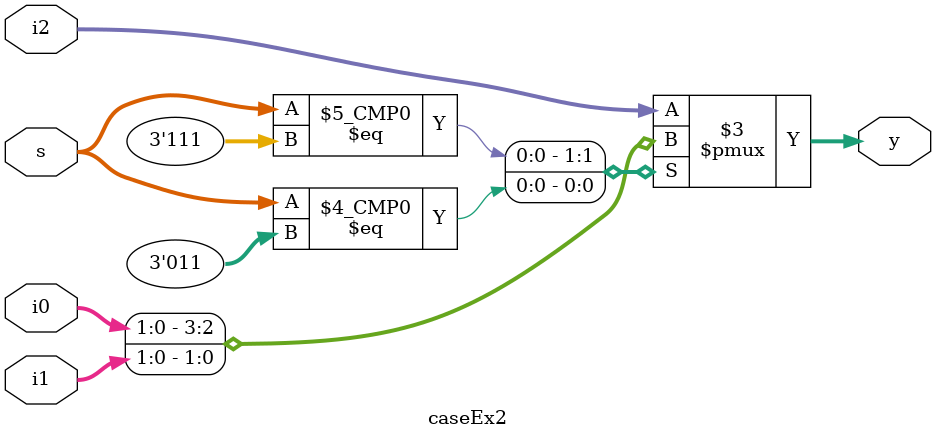
<source format=v>

module caseEx2(
	input wire[2:0] s,
	input wire [1:0] i0, i1, i2,
	output reg [1:0] y
	);

always @(s)
begin
	case (s)
		7 : y = i0; // 7
		3 : y = i1;	// 3
		default : y = i2; // 0, 1, 3, 4, 5
	endcase
end
endmodule
</source>
